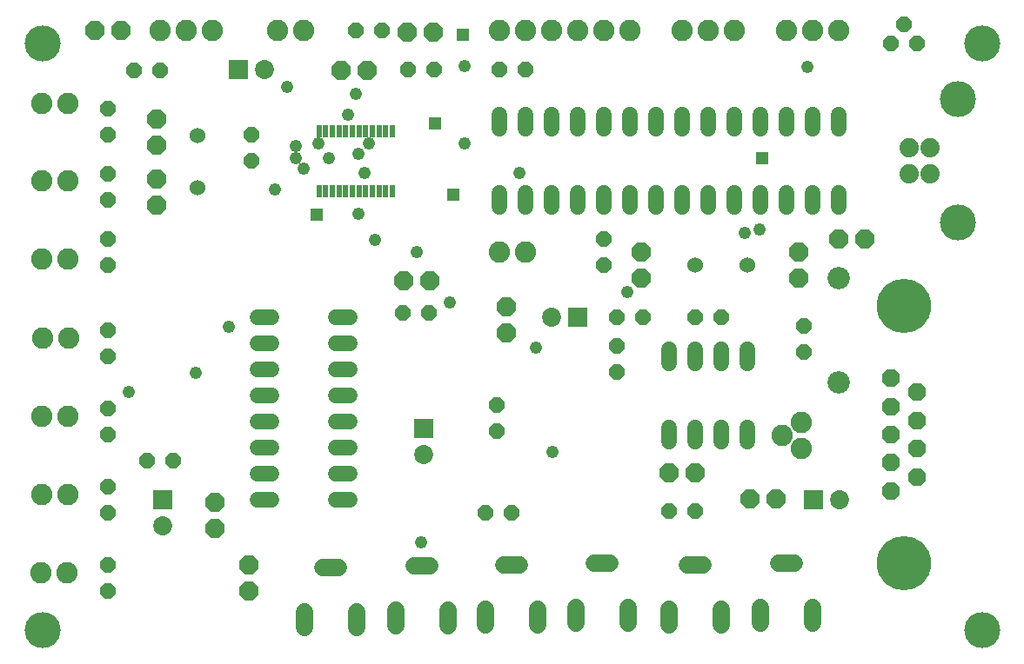
<source format=gts>
G75*
G70*
%OFA0B0*%
%FSLAX24Y24*%
%IPPOS*%
%LPD*%
%AMOC8*
5,1,8,0,0,1.08239X$1,22.5*
%
%ADD10C,0.0600*%
%ADD11C,0.0820*%
%ADD12C,0.0740*%
%ADD13C,0.1380*%
%ADD14R,0.0730X0.0730*%
%ADD15C,0.0730*%
%ADD16C,0.0600*%
%ADD17C,0.0860*%
%ADD18OC8,0.0600*%
%ADD19OC8,0.0710*%
%ADD20OC8,0.0680*%
%ADD21C,0.2080*%
%ADD22C,0.0680*%
%ADD23R,0.0200X0.0470*%
%ADD24C,0.0480*%
%ADD25R,0.0476X0.0476*%
D10*
X011161Y006772D02*
X011681Y006772D01*
X011681Y007772D02*
X011161Y007772D01*
X011161Y008772D02*
X011681Y008772D01*
X011681Y009772D02*
X011161Y009772D01*
X011161Y010772D02*
X011681Y010772D01*
X011681Y011772D02*
X011161Y011772D01*
X011161Y012772D02*
X011681Y012772D01*
X011681Y013772D02*
X011161Y013772D01*
X014161Y013772D02*
X014681Y013772D01*
X014681Y012772D02*
X014161Y012772D01*
X014161Y011772D02*
X014681Y011772D01*
X014681Y010772D02*
X014161Y010772D01*
X014161Y009772D02*
X014681Y009772D01*
X014681Y008772D02*
X014161Y008772D01*
X014161Y007772D02*
X014681Y007772D01*
X014681Y006772D02*
X014161Y006772D01*
X026921Y009012D02*
X026921Y009532D01*
X027921Y009532D02*
X027921Y009012D01*
X028921Y009012D02*
X028921Y009532D01*
X029921Y009532D02*
X029921Y009012D01*
X029921Y012012D02*
X029921Y012532D01*
X028921Y012532D02*
X028921Y012012D01*
X027921Y012012D02*
X027921Y012532D01*
X026921Y012532D02*
X026921Y012012D01*
X026421Y018012D02*
X026421Y018532D01*
X025421Y018532D02*
X025421Y018012D01*
X024421Y018012D02*
X024421Y018532D01*
X023421Y018532D02*
X023421Y018012D01*
X022421Y018012D02*
X022421Y018532D01*
X021421Y018532D02*
X021421Y018012D01*
X020421Y018012D02*
X020421Y018532D01*
X020421Y021012D02*
X020421Y021532D01*
X021421Y021532D02*
X021421Y021012D01*
X022421Y021012D02*
X022421Y021532D01*
X023421Y021532D02*
X023421Y021012D01*
X024421Y021012D02*
X024421Y021532D01*
X025421Y021532D02*
X025421Y021012D01*
X026421Y021012D02*
X026421Y021532D01*
X027421Y021532D02*
X027421Y021012D01*
X028421Y021012D02*
X028421Y021532D01*
X029421Y021532D02*
X029421Y021012D01*
X030421Y021012D02*
X030421Y021532D01*
X031421Y021532D02*
X031421Y021012D01*
X032421Y021012D02*
X032421Y021532D01*
X033421Y021532D02*
X033421Y021012D01*
X033421Y018532D02*
X033421Y018012D01*
X032421Y018012D02*
X032421Y018532D01*
X031421Y018532D02*
X031421Y018012D01*
X030421Y018012D02*
X030421Y018532D01*
X029421Y018532D02*
X029421Y018012D01*
X028421Y018012D02*
X028421Y018532D01*
X027421Y018532D02*
X027421Y018012D01*
D11*
X021421Y016272D03*
X020421Y016272D03*
X031249Y009257D03*
X031999Y009757D03*
X031999Y008757D03*
X032421Y024772D03*
X033421Y024772D03*
X031421Y024772D03*
X029421Y024772D03*
X028421Y024772D03*
X027421Y024772D03*
X025421Y024772D03*
X024421Y024772D03*
X023421Y024772D03*
X022421Y024772D03*
X021421Y024772D03*
X020421Y024772D03*
X012921Y024772D03*
X011921Y024772D03*
X009421Y024772D03*
X008421Y024772D03*
X007421Y024772D03*
X003903Y021987D03*
X002903Y021987D03*
X002903Y019005D03*
X003903Y019005D03*
X003885Y016005D03*
X002885Y016005D03*
X002921Y012987D03*
X003921Y012987D03*
X003903Y009987D03*
X002903Y009987D03*
X002885Y006969D03*
X003885Y006969D03*
X003867Y003969D03*
X002867Y003969D03*
D12*
X036141Y019280D03*
X036921Y019280D03*
X036921Y020264D03*
X036141Y020264D03*
D13*
X002921Y001772D03*
X037991Y017402D03*
X037991Y022142D03*
X038921Y024272D03*
X002921Y024272D03*
X038921Y001772D03*
D14*
X032452Y006788D03*
X023421Y013772D03*
X017526Y009518D03*
X007527Y006772D03*
X010421Y023272D03*
D15*
X011421Y023272D03*
X022421Y013772D03*
X017526Y008518D03*
X007527Y005772D03*
X033452Y006788D03*
D16*
X029921Y015772D03*
X027921Y015772D03*
X008847Y018743D03*
X008847Y020743D03*
D17*
X033421Y015272D03*
X033421Y011272D03*
D18*
X032083Y012436D03*
X032083Y013436D03*
X028921Y013772D03*
X027921Y013772D03*
X025921Y013772D03*
X024921Y013772D03*
X024921Y012666D03*
X024921Y011666D03*
X020331Y010412D03*
X020331Y009412D03*
X019902Y006284D03*
X020902Y006284D03*
X026921Y006357D03*
X027921Y006357D03*
X017741Y013958D03*
X016741Y013958D03*
X024421Y015772D03*
X024421Y016772D03*
X021421Y023272D03*
X020421Y023272D03*
X017921Y023272D03*
X016921Y023272D03*
X015921Y024772D03*
X014921Y024772D03*
X010921Y020772D03*
X010921Y019772D03*
X005421Y019272D03*
X005421Y018272D03*
X005421Y016772D03*
X005421Y015772D03*
X005421Y013272D03*
X005421Y012272D03*
X005421Y010272D03*
X005421Y009272D03*
X006921Y008272D03*
X007921Y008272D03*
X005421Y007272D03*
X005421Y006272D03*
X005421Y004272D03*
X005421Y003272D03*
X005421Y020772D03*
X005421Y021772D03*
X006427Y023232D03*
X007427Y023232D03*
X035421Y024272D03*
X035921Y025022D03*
X036421Y024272D03*
D19*
X034421Y016772D03*
X033421Y016772D03*
X031900Y016289D03*
X031900Y015289D03*
X025852Y015289D03*
X025852Y016289D03*
X020684Y014160D03*
X020684Y013160D03*
X017771Y015172D03*
X016771Y015172D03*
X007291Y018074D03*
X007291Y019074D03*
X007288Y020369D03*
X007288Y021369D03*
X005921Y024772D03*
X004921Y024772D03*
X014377Y023257D03*
X015377Y023257D03*
X016910Y024714D03*
X017910Y024714D03*
X026921Y007795D03*
X027921Y007795D03*
X030043Y006814D03*
X031043Y006814D03*
X010813Y004270D03*
X010813Y003270D03*
X009515Y005660D03*
X009515Y006660D03*
D20*
X035421Y007112D03*
X036421Y007652D03*
X035421Y008192D03*
X036421Y008732D03*
X035421Y009272D03*
X036421Y009812D03*
X035421Y010352D03*
X036421Y010892D03*
X035421Y011432D03*
D21*
X035921Y014202D03*
X035921Y004342D03*
D22*
X032421Y002657D02*
X032421Y002057D01*
X030421Y002057D02*
X030421Y002657D01*
X028921Y002572D02*
X028921Y001972D01*
X026921Y001972D02*
X026921Y002572D01*
X025360Y002626D02*
X025360Y002026D01*
X023360Y002026D02*
X023360Y002626D01*
X021890Y002564D02*
X021890Y001964D01*
X019890Y001964D02*
X019890Y002564D01*
X018452Y002534D02*
X018452Y001934D01*
X016452Y001934D02*
X016452Y002534D01*
X014952Y002472D02*
X014952Y001872D01*
X012952Y001872D02*
X012952Y002472D01*
X013652Y004172D02*
X014252Y004172D01*
X017152Y004234D02*
X017752Y004234D01*
X020590Y004264D02*
X021190Y004264D01*
X024060Y004326D02*
X024660Y004326D01*
X027621Y004272D02*
X028221Y004272D01*
X031121Y004357D02*
X031721Y004357D01*
D23*
X016329Y018623D03*
X016073Y018623D03*
X015817Y018623D03*
X015561Y018623D03*
X015305Y018623D03*
X015049Y018623D03*
X014793Y018623D03*
X014537Y018623D03*
X014281Y018623D03*
X014025Y018623D03*
X013770Y018623D03*
X013514Y018623D03*
X013514Y020921D03*
X013770Y020921D03*
X014025Y020921D03*
X014281Y020921D03*
X014537Y020921D03*
X014793Y020921D03*
X015049Y020921D03*
X015305Y020921D03*
X015561Y020921D03*
X015817Y020921D03*
X016073Y020921D03*
X016329Y020921D03*
D24*
X015421Y020432D03*
X015021Y020032D03*
X013901Y019872D03*
X013501Y020432D03*
X012621Y020352D03*
X012621Y019872D03*
X012941Y019472D03*
X011821Y018672D03*
X015021Y017752D03*
X015661Y016752D03*
X017261Y016272D03*
X018541Y014352D03*
X021821Y012592D03*
X025341Y014752D03*
X029821Y016992D03*
X030381Y017152D03*
X021181Y019312D03*
X019101Y020432D03*
X015261Y019312D03*
X014621Y021552D03*
X014941Y022352D03*
X012301Y022592D03*
X019101Y023392D03*
X032221Y023372D03*
X010061Y013412D03*
X008781Y011632D03*
X006221Y010912D03*
X017421Y005152D03*
X022461Y008592D03*
D25*
X013441Y017712D03*
X018661Y018472D03*
X017961Y021212D03*
X019041Y024592D03*
X030501Y019882D03*
M02*

</source>
